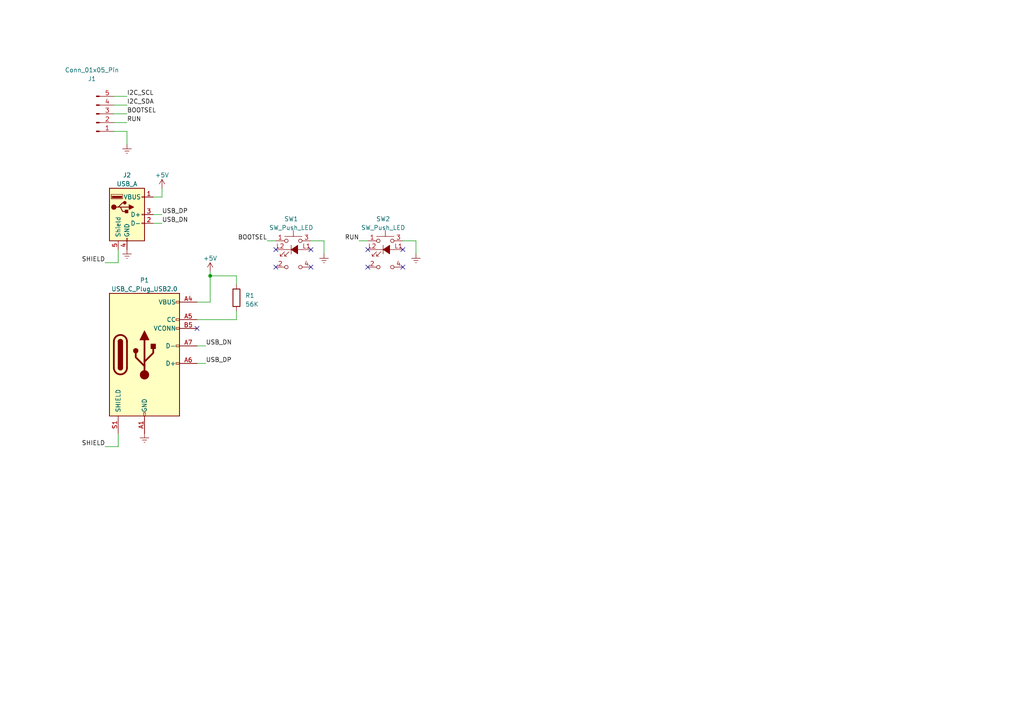
<source format=kicad_sch>
(kicad_sch (version 20230121) (generator eeschema)
  (paper "A4")
  (lib_symbols
    (symbol "Connector:Conn_01x05_Pin" (pin_names (offset 1.016) hide)
      (property "Reference" "J" (at 0 7.62 0))
      (property "Value" "Conn_01x05_Pin" (at 0 -7.62 0))
      (symbol "Conn_01x05_Pin_1_1"
        (polyline (pts (xy 1.27 -5.08) (xy 0.8636 -5.08)) (stroke (width 0.1524)))
        (polyline (pts (xy 1.27 -2.54) (xy 0.8636 -2.54)) (stroke (width 0.1524)))
        (polyline (pts (xy 1.27 0) (xy 0.8636 0)) (stroke (width 0.1524)))
        (polyline (pts (xy 1.27 2.54) (xy 0.8636 2.54)) (stroke (width 0.1524)))
        (polyline (pts (xy 1.27 5.08) (xy 0.8636 5.08)) (stroke (width 0.1524)))
        (rectangle (start 0.8636 -4.953) (end 0 -5.207) (stroke (width 0.1524)) (fill (type outline)))
        (rectangle (start 0.8636 -2.413) (end 0 -2.667) (stroke (width 0.1524)) (fill (type outline)))
        (rectangle (start 0.8636 0.127) (end 0 -0.127) (stroke (width 0.1524)) (fill (type outline)))
        (rectangle (start 0.8636 2.667) (end 0 2.413) (stroke (width 0.1524)) (fill (type outline)))
        (rectangle (start 0.8636 5.207) (end 0 4.953) (stroke (width 0.1524)) (fill (type outline)))
        (pin passive line (at 5.08 5.08 180) (length 3.81) (name "Pin_1") (number "1"))
        (pin passive line (at 5.08 2.54 180) (length 3.81) (name "Pin_2") (number "2"))
        (pin passive line (at 5.08 0 180) (length 3.81) (name "Pin_3") (number "3"))
        (pin passive line (at 5.08 -2.54 180) (length 3.81) (name "Pin_4") (number "4"))
        (pin passive line (at 5.08 -5.08 180) (length 3.81) (name "Pin_5") (number "5"))
      )
    )
    (symbol "Connector:USB_A" (pin_names (offset 1.016))
      (property "Reference" "J" (at -5.08 11.43 0))
      (property "Value" "USB_A" (at -5.08 8.89 0))
      (symbol "USB_A_0_1"
        (rectangle (start -5.08 -7.62) (end 5.08 7.62) (stroke (width 0.254)) (fill (type background)))
        (circle (center -3.81 2.159) (radius 0.635) (stroke (width 0.254)) (fill (type outline)))
        (rectangle (start -1.524 4.826) (end -4.318 5.334) (fill (type outline)))
        (rectangle (start -1.27 4.572) (end -4.572 5.842))
        (circle (center -0.635 3.429) (radius 0.381) (stroke (width 0.254)) (fill (type outline)))
        (rectangle (start -0.127 -7.62) (end 0.127 -6.858))
        (polyline (pts (xy -3.175 2.159) (xy -2.54 2.159) (xy -1.27 3.429) (xy -0.635 3.429)) (stroke (width 0.254)))
        (polyline (pts (xy -2.54 2.159) (xy -1.905 2.159) (xy -1.27 0.889) (xy 0 0.889)) (stroke (width 0.254)))
        (polyline (pts (xy 0.635 2.794) (xy 0.635 1.524) (xy 1.905 2.159) (xy 0.635 2.794)) (stroke (width 0.254)) (fill (type outline)))
        (rectangle (start 0.254 1.27) (end -0.508 0.508) (stroke (width 0.254)) (fill (type outline)))
        (rectangle (start 5.08 -2.667) (end 4.318 -2.413))
        (rectangle (start 5.08 -0.127) (end 4.318 0.127))
        (rectangle (start 5.08 4.953) (end 4.318 5.207))
      )
      (symbol "USB_A_1_1"
        (polyline (pts (xy -1.905 2.159) (xy 0.635 2.159)) (stroke (width 0.254)))
        (pin power_in line (at 7.62 5.08 180) (length 2.54) (name "VBUS") (number "1"))
        (pin bidirectional line (at 7.62 -2.54 180) (length 2.54) (name "D-") (number "2"))
        (pin bidirectional line (at 7.62 0 180) (length 2.54) (name "D+") (number "3"))
        (pin power_in line (at 0 -10.16 90) (length 2.54) (name "GND") (number "4"))
        (pin passive line (at -2.54 -10.16 90) (length 2.54) (name "Shield") (number "5"))
      )
    )
    (symbol "Connector:USB_C_Plug_USB2.0" (pin_names (offset 1.016))
      (property "Reference" "P" (at -10.16 19.05 0))
      (property "Value" "USB_C_Plug_USB2.0" (at 12.7 19.05 0))
      (symbol "USB_C_Plug_USB2.0_0_0"
        (rectangle (start -0.254 -17.78) (end 0.254 -16.764))
        (rectangle (start 10.16 -2.286) (end 9.144 -2.794))
        (rectangle (start 10.16 2.794) (end 9.144 2.286))
        (rectangle (start 10.16 7.874) (end 9.144 7.366))
        (rectangle (start 10.16 10.414) (end 9.144 9.906))
        (rectangle (start 10.16 15.494) (end 9.144 14.986))
      )
      (symbol "USB_C_Plug_USB2.0_0_1"
        (rectangle (start -10.16 17.78) (end 10.16 -17.78) (stroke (width 0.254)) (fill (type background)))
        (arc (start -8.89 -3.81) (mid -6.985 -5.7067) (end -5.08 -3.81) (stroke (width 0.508)))
        (arc (start -7.62 -3.81) (mid -6.985 -4.4423) (end -6.35 -3.81) (stroke (width 0.254)))
        (arc (start -7.62 -3.81) (mid -6.985 -4.4423) (end -6.35 -3.81) (stroke (width 0.254)) (fill (type outline)))
        (rectangle (start -7.62 -3.81) (end -6.35 3.81) (stroke (width 0.254)) (fill (type outline)))
        (arc (start -6.35 3.81) (mid -6.985 4.4423) (end -7.62 3.81) (stroke (width 0.254)))
        (arc (start -6.35 3.81) (mid -6.985 4.4423) (end -7.62 3.81) (stroke (width 0.254)) (fill (type outline)))
        (arc (start -5.08 3.81) (mid -6.985 5.7067) (end -8.89 3.81) (stroke (width 0.508)))
        (circle (center -2.54 1.143) (radius 0.635) (stroke (width 0.254)) (fill (type outline)))
        (circle (center 0 -5.842) (radius 1.27) (fill (type outline)))
        (polyline (pts (xy -8.89 -3.81) (xy -8.89 3.81)) (stroke (width 0.508)))
        (polyline (pts (xy -5.08 3.81) (xy -5.08 -3.81)) (stroke (width 0.508)))
        (polyline (pts (xy 0 -5.842) (xy 0 4.318)) (stroke (width 0.508)))
        (polyline (pts (xy 0 -3.302) (xy -2.54 -0.762) (xy -2.54 0.508)) (stroke (width 0.508)))
        (polyline (pts (xy 0 -2.032) (xy 2.54 0.508) (xy 2.54 1.778)) (stroke (width 0.508)))
        (polyline (pts (xy -1.27 4.318) (xy 0 6.858) (xy 1.27 4.318) (xy -1.27 4.318)) (stroke (width 0.254)) (fill (type outline)))
        (rectangle (start 1.905 1.778) (end 3.175 3.048) (stroke (width 0.254)) (fill (type outline)))
      )
      (symbol "USB_C_Plug_USB2.0_1_1"
        (pin passive line (at 0 -22.86 90) (length 5.08) (name "GND") (number "A1"))
        (pin passive line (at 0 -22.86 90) (length 5.08) hide (name "GND") (number "A12"))
        (pin passive line (at 15.24 15.24 180) (length 5.08) (name "VBUS") (number "A4"))
        (pin bidirectional line (at 15.24 10.16 180) (length 5.08) (name "CC") (number "A5"))
        (pin bidirectional line (at 15.24 -2.54 180) (length 5.08) (name "D+") (number "A6"))
        (pin bidirectional line (at 15.24 2.54 180) (length 5.08) (name "D-") (number "A7"))
        (pin passive line (at 15.24 15.24 180) (length 5.08) hide (name "VBUS") (number "A9"))
        (pin passive line (at 0 -22.86 90) (length 5.08) hide (name "GND") (number "B1"))
        (pin passive line (at 0 -22.86 90) (length 5.08) hide (name "GND") (number "B12"))
        (pin passive line (at 15.24 15.24 180) (length 5.08) hide (name "VBUS") (number "B4"))
        (pin bidirectional line (at 15.24 7.62 180) (length 5.08) (name "VCONN") (number "B5"))
        (pin passive line (at 15.24 15.24 180) (length 5.08) hide (name "VBUS") (number "B9"))
        (pin passive line (at -7.62 -22.86 90) (length 5.08) (name "SHIELD") (number "S1"))
      )
    )
    (symbol "Device:R" (pin_numbers hide) (pin_names (offset 0))
      (property "Reference" "R" (at 2.032 0 90))
      (property "Value" "R" (at 0 0 90))
      (symbol "R_0_1"
        (rectangle (start -1.016 -2.54) (end 1.016 2.54) (stroke (width 0.254)))
      )
      (symbol "R_1_1"
        (pin passive line (at 0 3.81 270) (length 1.27) (name "~") (number "1"))
        (pin passive line (at 0 -3.81 90) (length 1.27) (name "~") (number "2"))
      )
    )
    (symbol "Eurorack:PB01-109TL_Low_Profile_Illuminated_Button" (pin_names (offset 1.016) hide)
      (property "Reference" "SW" (at -1.27 10.16 0))
      (property "Value" "SW_Push_LED" (at 0 7.62 0))
      (symbol "PB01-109TL_Low_Profile_Illuminated_Button_0_0"
        (polyline (pts (xy -3.81 -1.905) (xy -2.54 -0.635)))
        (polyline (pts (xy -2.54 -1.905) (xy -1.27 -0.635)))
        (polyline (pts (xy -2.54 0) (xy 2.54 0)))
        (polyline (pts (xy -0.635 1.27) (xy -0.635 -1.27)))
        (polyline (pts (xy -3.81 -1.27) (xy -3.81 -1.905) (xy -3.175 -1.905)))
        (polyline (pts (xy -2.54 -1.27) (xy -2.54 -1.905) (xy -1.905 -1.905)))
        (polyline (pts (xy -0.635 0) (xy 1.27 1.27) (xy 1.27 -1.27) (xy -0.635 0)) (fill (type outline)))
      )
      (symbol "PB01-109TL_Low_Profile_Illuminated_Button_0_1"
        (circle (center -2.032 -5.08) (radius 0.508))
        (circle (center -2.032 2.54) (radius 0.508))
        (polyline (pts (xy 0 3.81) (xy 0 5.588)))
        (polyline (pts (xy 2.54 3.81) (xy -2.54 3.81)))
        (circle (center 2.032 -5.08) (radius 0.508))
        (circle (center 2.032 2.54) (radius 0.508))
        (pin passive line (at -5.08 2.54 0) (length 2.54) (name "1") (number "1"))
        (pin passive line (at -5.08 -5.08 0) (length 2.54) (name "2") (number "2"))
        (pin passive line (at 5.08 2.54 180) (length 2.54) (name "3") (number "3"))
        (pin passive line (at 5.08 -5.08 180) (length 2.54) (name "4") (number "4"))
        (pin passive line (at 5.08 0 180) (length 2.54) (name "A") (number "L1"))
        (pin passive line (at -5.08 0 0) (length 2.54) (name "K") (number "L2"))
      )
    )
    (symbol "power:+5V" (power) (pin_names (offset 0))
      (property "Value" "+5V" (at 0 3.556 0))
      (symbol "+5V_0_1"
        (polyline (pts (xy -0.762 1.27) (xy 0 2.54)))
        (polyline (pts (xy 0 0) (xy 0 2.54)))
        (polyline (pts (xy 0 2.54) (xy 0.762 1.27)))
      )
      (symbol "+5V_1_1"
        (pin power_in line (at 0 0 90) (length 0) hide (name "+5V") (number "1"))
      )
    )
    (symbol "power:Earth" (power) (pin_names (offset 0))
      (symbol "Earth_0_1"
        (polyline (pts (xy -0.635 -1.905) (xy 0.635 -1.905)))
        (polyline (pts (xy -0.127 -2.54) (xy 0.127 -2.54)))
        (polyline (pts (xy 0 -1.27) (xy 0 0)))
        (polyline (pts (xy 1.27 -1.27) (xy -1.27 -1.27)))
      )
      (symbol "Earth_1_1"
        (pin power_in line (at 0 0 270) (length 0) hide (name "Earth") (number "1"))
      )
    )
  )
  (junction (at 60.96 80.01))
  (no_connect (at 57.15 95.25))
  (no_connect (at 90.17 77.47))
  (no_connect (at 116.84 72.39))
  (no_connect (at 106.68 77.47))
  (no_connect (at 106.68 72.39))
  (no_connect (at 80.01 77.47))
  (no_connect (at 90.17 72.39))
  (no_connect (at 80.01 72.39))
  (no_connect (at 116.84 77.47))
  (wire (pts (xy 30.48 129.54) (xy 34.29 129.54)))
  (wire (pts (xy 77.47 69.85) (xy 80.01 69.85)))
  (wire (pts (xy 33.02 27.94) (xy 36.83 27.94)))
  (wire (pts (xy 59.69 100.33) (xy 57.15 100.33)))
  (wire (pts (xy 68.58 92.71) (xy 68.58 90.17)))
  (wire (pts (xy 33.02 35.56) (xy 36.83 35.56)))
  (wire (pts (xy 120.65 69.85) (xy 116.84 69.85)))
  (wire (pts (xy 60.96 87.63) (xy 57.15 87.63)))
  (wire (pts (xy 33.02 33.02) (xy 36.83 33.02)))
  (wire (pts (xy 68.58 80.01) (xy 60.96 80.01)))
  (wire (pts (xy 120.65 73.66) (xy 120.65 69.85)))
  (wire (pts (xy 46.99 57.15) (xy 44.45 57.15)))
  (wire (pts (xy 60.96 78.74) (xy 60.96 80.01)))
  (wire (pts (xy 34.29 76.2) (xy 34.29 72.39)))
  (wire (pts (xy 46.99 64.77) (xy 44.45 64.77)))
  (wire (pts (xy 59.69 105.41) (xy 57.15 105.41)))
  (wire (pts (xy 30.48 76.2) (xy 34.29 76.2)))
  (wire (pts (xy 34.29 129.54) (xy 34.29 125.73)))
  (wire (pts (xy 93.98 73.66) (xy 93.98 69.85)))
  (wire (pts (xy 33.02 30.48) (xy 36.83 30.48)))
  (wire (pts (xy 36.83 38.1) (xy 33.02 38.1)))
  (wire (pts (xy 46.99 62.23) (xy 44.45 62.23)))
  (wire (pts (xy 104.14 69.85) (xy 106.68 69.85)))
  (wire (pts (xy 46.99 54.61) (xy 46.99 57.15)))
  (wire (pts (xy 36.83 41.91) (xy 36.83 38.1)))
  (wire (pts (xy 93.98 69.85) (xy 90.17 69.85)))
  (wire (pts (xy 60.96 80.01) (xy 60.96 87.63)))
  (wire (pts (xy 57.15 92.71) (xy 68.58 92.71)))
  (wire (pts (xy 68.58 82.55) (xy 68.58 80.01)))
  (label "USB_DN" (at 59.69 100.33 0))
  (label "USB_DP" (at 46.99 62.23 0))
  (label "I2C_SCL" (at 36.83 27.94 0))
  (label "RUN" (at 104.14 69.85 180))
  (label "SHIELD" (at 30.48 129.54 180))
  (label "BOOTSEL" (at 36.83 33.02 0))
  (label "BOOTSEL" (at 77.47 69.85 180))
  (label "USB_DP" (at 59.69 105.41 0))
  (label "RUN" (at 36.83 35.56 0))
  (label "SHIELD" (at 30.48 76.2 180))
  (label "I2C_SDA" (at 36.83 30.48 0))
  (label "USB_DN" (at 46.99 64.77 0))
  (symbol (lib_id "Device:R") (at 68.58 86.36 0) (unit 1)
    (property "Reference" "R1" (at 71.12 85.725 0) (effects (justify left)))
    (property "Value" "56K" (at 71.12 88.265 0) (effects (justify left)))
    (property "Footprint" "Resistor_SMD:R_0402_1005Metric" (effects hide))
  )
  (symbol (lib_id "power:Earth") (at 120.65 73.66 0) (unit 1)
    (property "Reference" "#PWR07" (effects hide))
    (property "Value" "Earth" (effects hide))
  )
  (symbol (lib_id "power:Earth") (at 36.83 41.91 0) (unit 1)
    (property "Reference" "#PWR01" (effects hide))
    (property "Value" "Earth" (effects hide))
  )
  (symbol (lib_id "Eurorack:PB01-109TL_Low_Profile_Illuminated_Button") (at 85.09 72.39 0) (unit 1)
    (property "Reference" "SW1" (at 84.455 63.5 0))
    (property "Value" "SW_Push_LED" (at 84.455 66.04 0))
    (property "Footprint" "Eurorack:PB01-109TL low Profile Illuminated Button" (effects hide))
  )
  (symbol (lib_id "power:Earth") (at 93.98 73.66 0) (unit 1)
    (property "Reference" "#PWR06" (effects hide))
    (property "Value" "Earth" (effects hide))
  )
  (symbol (lib_id "Connector:USB_A") (at 36.83 62.23 0) (unit 1)
    (property "Reference" "J2" (at 36.83 50.8 0))
    (property "Value" "USB_A" (at 36.83 53.34 0))
    (property "Footprint" "Eurorack:CN22155 USB 2.0 Female Connector" (effects hide))
    (property "Datasheet" " ~" (effects hide))
  )
  (symbol (lib_id "Eurorack:PB01-109TL_Low_Profile_Illuminated_Button") (at 111.76 72.39 0) (unit 1)
    (property "Reference" "SW2" (at 111.125 63.5 0))
    (property "Value" "SW_Push_LED" (at 111.125 66.04 0))
    (property "Footprint" "Eurorack:PB01-109TL low Profile Illuminated Button" (effects hide))
  )
  (symbol (lib_id "Connector:Conn_01x05_Pin") (at 27.94 33.02 0) (mirror x) (unit 1)
    (property "Reference" "J1" (at 26.67 22.86 0))
    (property "Value" "Conn_01x05_Pin" (at 26.67 20.32 0))
    (property "Footprint" "Connector_PinHeader_2.54mm:PinHeader_1x05_P2.54mm_Vertical" (effects hide))
  )
  (symbol (lib_id "power:Earth") (at 36.83 72.39 0) (unit 1)
    (property "Reference" "#PWR05" (effects hide))
    (property "Value" "Earth" (effects hide))
  )
  (symbol (lib_id "power:+5V") (at 60.96 78.74 0) (unit 1)
    (property "Reference" "#PWR04" (effects hide))
    (property "Value" "+5V" (at 60.96 74.93 0))
  )
  (symbol (lib_id "power:Earth") (at 41.91 125.73 0) (unit 1)
    (property "Reference" "#PWR02" (effects hide))
    (property "Value" "Earth" (effects hide))
  )
  (symbol (lib_id "Connector:USB_C_Plug_USB2.0") (at 41.91 102.87 0) (unit 1)
    (property "Reference" "P1" (at 41.91 81.28 0))
    (property "Value" "USB_C_Plug_USB2.0" (at 41.91 83.82 0))
    (property "Footprint" "Connector_USB:USB_C_Receptacle_GCT_USB4115-03-C" (effects hide))
    (property "Datasheet" "https://www.usb.org/sites/default/files/documents/usb_type-c.zip" (effects hide))
  )
  (symbol (lib_id "power:+5V") (at 46.99 54.61 0) (unit 1)
    (property "Reference" "#PWR03" (effects hide))
    (property "Value" "+5V" (at 46.99 50.8 0))
  )
)
</source>
